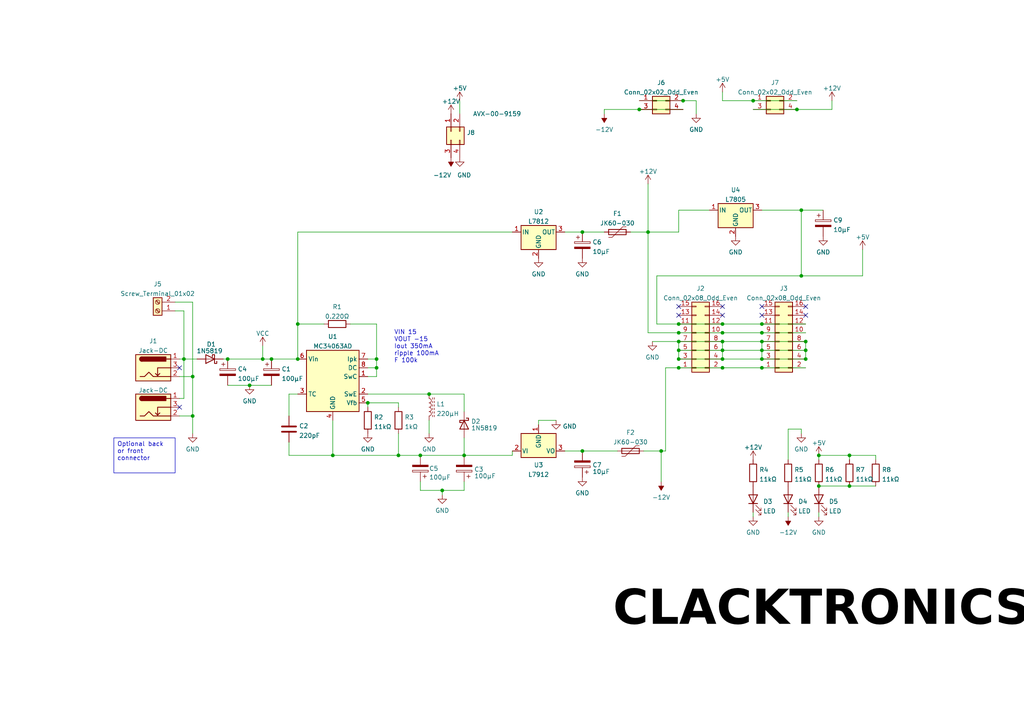
<source format=kicad_sch>
(kicad_sch (version 20230121) (generator eeschema)
  (paper "A4")
  (title_block (title "Proto PSU") (date "2023-06-01") (rev "1"))
  (lib_symbols
    (symbol "Connector:Barrel_Jack_Switch" (pin_names hide)
      (property "Reference" "J" (at 0 5.334 0))
      (property "Value" "Barrel_Jack_Switch" (at 0 -5.08 0))
      (symbol "Barrel_Jack_Switch_0_1"
        (rectangle (start -5.08 3.81) (end 5.08 -3.81) (stroke (width 0.254)) (fill (type background)))
        (arc (start -3.302 3.175) (mid -3.9343 2.54) (end -3.302 1.905) (stroke (width 0.254)))
        (arc (start -3.302 3.175) (mid -3.9343 2.54) (end -3.302 1.905) (stroke (width 0.254)) (fill (type outline)))
        (polyline (pts (xy 1.27 -2.286) (xy 1.905 -1.651)) (stroke (width 0.254)))
        (polyline (pts (xy 5.08 2.54) (xy 3.81 2.54)) (stroke (width 0.254)))
        (polyline (pts (xy 5.08 0) (xy 1.27 0) (xy 1.27 -2.286) (xy 0.635 -1.651)) (stroke (width 0.254)))
        (polyline (pts (xy -3.81 -2.54) (xy -2.54 -2.54) (xy -1.27 -1.27) (xy 0 -2.54) (xy 2.54 -2.54) (xy 5.08 -2.54)) (stroke (width 0.254)))
        (rectangle (start 3.683 3.175) (end -3.302 1.905) (stroke (width 0.254)) (fill (type outline)))
      )
      (symbol "Barrel_Jack_Switch_1_1"
        (pin passive line (at 7.62 2.54 180) (length 2.54) (name "~") (number "1"))
        (pin passive line (at 7.62 -2.54 180) (length 2.54) (name "~") (number "2"))
        (pin passive line (at 7.62 0 180) (length 2.54) (name "~") (number "3"))
      )
    )
    (symbol "Connector:Screw_Terminal_01x02" (pin_names (offset 1.016) hide)
      (property "Reference" "J" (at 0 2.54 0))
      (property "Value" "Screw_Terminal_01x02" (at 0 -5.08 0))
      (symbol "Screw_Terminal_01x02_1_1"
        (rectangle (start -1.27 1.27) (end 1.27 -3.81) (stroke (width 0.254)) (fill (type background)))
        (circle (center 0 -2.54) (radius 0.635) (stroke (width 0.1524)))
        (polyline (pts (xy -0.5334 -2.2098) (xy 0.3302 -3.048)) (stroke (width 0.1524)))
        (polyline (pts (xy -0.5334 0.3302) (xy 0.3302 -0.508)) (stroke (width 0.1524)))
        (polyline (pts (xy -0.3556 -2.032) (xy 0.508 -2.8702)) (stroke (width 0.1524)))
        (polyline (pts (xy -0.3556 0.508) (xy 0.508 -0.3302)) (stroke (width 0.1524)))
        (circle (center 0 0) (radius 0.635) (stroke (width 0.1524)))
        (pin passive line (at -5.08 0 0) (length 3.81) (name "Pin_1") (number "1"))
        (pin passive line (at -5.08 -2.54 0) (length 3.81) (name "Pin_2") (number "2"))
      )
    )
    (symbol "Connector_Generic:Conn_02x02_Odd_Even" (pin_names (offset 1.016) hide)
      (property "Reference" "J" (at 1.27 2.54 0))
      (property "Value" "Conn_02x02_Odd_Even" (at 1.27 -5.08 0))
      (symbol "Conn_02x02_Odd_Even_1_1"
        (rectangle (start -1.27 -2.413) (end 0 -2.667) (stroke (width 0.1524)))
        (rectangle (start -1.27 0.127) (end 0 -0.127) (stroke (width 0.1524)))
        (rectangle (start -1.27 1.27) (end 3.81 -3.81) (stroke (width 0.254)) (fill (type background)))
        (rectangle (start 3.81 -2.413) (end 2.54 -2.667) (stroke (width 0.1524)))
        (rectangle (start 3.81 0.127) (end 2.54 -0.127) (stroke (width 0.1524)))
        (pin passive line (at -5.08 0 0) (length 3.81) (name "Pin_1") (number "1"))
        (pin passive line (at 7.62 0 180) (length 3.81) (name "Pin_2") (number "2"))
        (pin passive line (at -5.08 -2.54 0) (length 3.81) (name "Pin_3") (number "3"))
        (pin passive line (at 7.62 -2.54 180) (length 3.81) (name "Pin_4") (number "4"))
      )
    )
    (symbol "Connector_Generic:Conn_02x02_Top_Bottom" (pin_names (offset 1.016) hide)
      (property "Reference" "J" (at 1.27 2.54 0))
      (property "Value" "Conn_02x02_Top_Bottom" (at 1.27 -5.08 0))
      (symbol "Conn_02x02_Top_Bottom_1_1"
        (rectangle (start -1.27 -2.413) (end 0 -2.667) (stroke (width 0.1524)))
        (rectangle (start -1.27 0.127) (end 0 -0.127) (stroke (width 0.1524)))
        (rectangle (start -1.27 1.27) (end 3.81 -3.81) (stroke (width 0.254)) (fill (type background)))
        (rectangle (start 3.81 -2.413) (end 2.54 -2.667) (stroke (width 0.1524)))
        (rectangle (start 3.81 0.127) (end 2.54 -0.127) (stroke (width 0.1524)))
        (pin passive line (at -5.08 0 0) (length 3.81) (name "Pin_1") (number "1"))
        (pin passive line (at -5.08 -2.54 0) (length 3.81) (name "Pin_2") (number "2"))
        (pin passive line (at 7.62 0 180) (length 3.81) (name "Pin_3") (number "3"))
        (pin passive line (at 7.62 -2.54 180) (length 3.81) (name "Pin_4") (number "4"))
      )
    )
    (symbol "Connector_Generic:Conn_02x08_Odd_Even" (pin_names (offset 1.016) hide)
      (property "Reference" "J" (at 1.27 10.16 0))
      (property "Value" "Conn_02x08_Odd_Even" (at 1.27 -12.7 0))
      (symbol "Conn_02x08_Odd_Even_1_1"
        (rectangle (start -1.27 -10.033) (end 0 -10.287) (stroke (width 0.1524)))
        (rectangle (start -1.27 -7.493) (end 0 -7.747) (stroke (width 0.1524)))
        (rectangle (start -1.27 -4.953) (end 0 -5.207) (stroke (width 0.1524)))
        (rectangle (start -1.27 -2.413) (end 0 -2.667) (stroke (width 0.1524)))
        (rectangle (start -1.27 0.127) (end 0 -0.127) (stroke (width 0.1524)))
        (rectangle (start -1.27 2.667) (end 0 2.413) (stroke (width 0.1524)))
        (rectangle (start -1.27 5.207) (end 0 4.953) (stroke (width 0.1524)))
        (rectangle (start -1.27 7.747) (end 0 7.493) (stroke (width 0.1524)))
        (rectangle (start -1.27 8.89) (end 3.81 -11.43) (stroke (width 0.254)) (fill (type background)))
        (rectangle (start 3.81 -10.033) (end 2.54 -10.287) (stroke (width 0.1524)))
        (rectangle (start 3.81 -7.493) (end 2.54 -7.747) (stroke (width 0.1524)))
        (rectangle (start 3.81 -4.953) (end 2.54 -5.207) (stroke (width 0.1524)))
        (rectangle (start 3.81 -2.413) (end 2.54 -2.667) (stroke (width 0.1524)))
        (rectangle (start 3.81 0.127) (end 2.54 -0.127) (stroke (width 0.1524)))
        (rectangle (start 3.81 2.667) (end 2.54 2.413) (stroke (width 0.1524)))
        (rectangle (start 3.81 5.207) (end 2.54 4.953) (stroke (width 0.1524)))
        (rectangle (start 3.81 7.747) (end 2.54 7.493) (stroke (width 0.1524)))
        (pin passive line (at -5.08 7.62 0) (length 3.81) (name "Pin_1") (number "1"))
        (pin passive line (at 7.62 -2.54 180) (length 3.81) (name "Pin_10") (number "10"))
        (pin passive line (at -5.08 -5.08 0) (length 3.81) (name "Pin_11") (number "11"))
        (pin passive line (at 7.62 -5.08 180) (length 3.81) (name "Pin_12") (number "12"))
        (pin passive line (at -5.08 -7.62 0) (length 3.81) (name "Pin_13") (number "13"))
        (pin passive line (at 7.62 -7.62 180) (length 3.81) (name "Pin_14") (number "14"))
        (pin passive line (at -5.08 -10.16 0) (length 3.81) (name "Pin_15") (number "15"))
        (pin passive line (at 7.62 -10.16 180) (length 3.81) (name "Pin_16") (number "16"))
        (pin passive line (at 7.62 7.62 180) (length 3.81) (name "Pin_2") (number "2"))
        (pin passive line (at -5.08 5.08 0) (length 3.81) (name "Pin_3") (number "3"))
        (pin passive line (at 7.62 5.08 180) (length 3.81) (name "Pin_4") (number "4"))
        (pin passive line (at -5.08 2.54 0) (length 3.81) (name "Pin_5") (number "5"))
        (pin passive line (at 7.62 2.54 180) (length 3.81) (name "Pin_6") (number "6"))
        (pin passive line (at -5.08 0 0) (length 3.81) (name "Pin_7") (number "7"))
        (pin passive line (at 7.62 0 180) (length 3.81) (name "Pin_8") (number "8"))
        (pin passive line (at -5.08 -2.54 0) (length 3.81) (name "Pin_9") (number "9"))
      )
    )
    (symbol "Device:C" (pin_numbers hide) (pin_names (offset 0.254))
      (property "Reference" "C" (at 0.635 2.54 0))
      (property "Value" "C" (at 0.635 -2.54 0))
      (symbol "C_0_1"
        (polyline (pts (xy -2.032 -0.762) (xy 2.032 -0.762)) (stroke (width 0.508)))
        (polyline (pts (xy -2.032 0.762) (xy 2.032 0.762)) (stroke (width 0.508)))
      )
      (symbol "C_1_1"
        (pin passive line (at 0 3.81 270) (length 2.794) (name "~") (number "1"))
        (pin passive line (at 0 -3.81 90) (length 2.794) (name "~") (number "2"))
      )
    )
    (symbol "Device:C_Polarized" (pin_numbers hide) (pin_names (offset 0.254))
      (property "Reference" "C" (at 0.635 2.54 0))
      (property "Value" "C_Polarized" (at 0.635 -2.54 0))
      (symbol "C_Polarized_0_1"
        (rectangle (start -2.286 0.508) (end 2.286 1.016))
        (polyline (pts (xy -1.778 2.286) (xy -0.762 2.286)))
        (polyline (pts (xy -1.27 2.794) (xy -1.27 1.778)))
        (rectangle (start 2.286 -0.508) (end -2.286 -1.016) (fill (type outline)))
      )
      (symbol "C_Polarized_1_1"
        (pin passive line (at 0 3.81 270) (length 2.794) (name "~") (number "1"))
        (pin passive line (at 0 -3.81 90) (length 2.794) (name "~") (number "2"))
      )
    )
    (symbol "Device:D_Schottky" (pin_numbers hide) (pin_names (offset 1.016) hide)
      (property "Reference" "D" (at 0 2.54 0))
      (property "Value" "D_Schottky" (at 0 -2.54 0))
      (symbol "D_Schottky_0_1"
        (polyline (pts (xy 1.27 0) (xy -1.27 0)))
        (polyline (pts (xy 1.27 1.27) (xy 1.27 -1.27) (xy -1.27 0) (xy 1.27 1.27)) (stroke (width 0.254)))
        (polyline (pts (xy -1.905 0.635) (xy -1.905 1.27) (xy -1.27 1.27) (xy -1.27 -1.27) (xy -0.635 -1.27) (xy -0.635 -0.635)) (stroke (width 0.254)))
      )
      (symbol "D_Schottky_1_1"
        (pin passive line (at -3.81 0 0) (length 2.54) (name "K") (number "1"))
        (pin passive line (at 3.81 0 180) (length 2.54) (name "A") (number "2"))
      )
    )
    (symbol "Device:LED" (pin_numbers hide) (pin_names (offset 1.016) hide)
      (property "Reference" "D" (at 0 2.54 0))
      (property "Value" "LED" (at 0 -2.54 0))
      (symbol "LED_0_1"
        (polyline (pts (xy -1.27 -1.27) (xy -1.27 1.27)) (stroke (width 0.254)))
        (polyline (pts (xy -1.27 0) (xy 1.27 0)))
        (polyline (pts (xy 1.27 -1.27) (xy 1.27 1.27) (xy -1.27 0) (xy 1.27 -1.27)) (stroke (width 0.254)))
        (polyline (pts (xy -3.048 -0.762) (xy -4.572 -2.286) (xy -3.81 -2.286) (xy -4.572 -2.286) (xy -4.572 -1.524)))
        (polyline (pts (xy -1.778 -0.762) (xy -3.302 -2.286) (xy -2.54 -2.286) (xy -3.302 -2.286) (xy -3.302 -1.524)))
      )
      (symbol "LED_1_1"
        (pin passive line (at -3.81 0 0) (length 2.54) (name "K") (number "1"))
        (pin passive line (at 3.81 0 180) (length 2.54) (name "A") (number "2"))
      )
    )
    (symbol "Device:L_Ferrite" (pin_numbers hide) (pin_names (offset 1.016) hide)
      (property "Reference" "L" (at -1.27 0 90))
      (property "Value" "L_Ferrite" (at 2.794 0 90))
      (symbol "L_Ferrite_0_1"
        (arc (start 0 -2.54) (mid 0.6323 -1.905) (end 0 -1.27))
        (arc (start 0 -1.27) (mid 0.6323 -0.635) (end 0 0))
        (polyline (pts (xy 1.016 -2.794) (xy 1.016 -2.286)))
        (polyline (pts (xy 1.016 -1.778) (xy 1.016 -1.27)))
        (polyline (pts (xy 1.016 -0.762) (xy 1.016 -0.254)))
        (polyline (pts (xy 1.016 0.254) (xy 1.016 0.762)))
        (polyline (pts (xy 1.016 1.27) (xy 1.016 1.778)))
        (polyline (pts (xy 1.016 2.286) (xy 1.016 2.794)))
        (polyline (pts (xy 1.524 -2.286) (xy 1.524 -2.794)))
        (polyline (pts (xy 1.524 -1.27) (xy 1.524 -1.778)))
        (polyline (pts (xy 1.524 -0.254) (xy 1.524 -0.762)))
        (polyline (pts (xy 1.524 0.762) (xy 1.524 0.254)))
        (polyline (pts (xy 1.524 1.778) (xy 1.524 1.27)))
        (polyline (pts (xy 1.524 2.794) (xy 1.524 2.286)))
        (arc (start 0 0) (mid 0.6323 0.635) (end 0 1.27))
        (arc (start 0 1.27) (mid 0.6323 1.905) (end 0 2.54))
      )
      (symbol "L_Ferrite_1_1"
        (pin passive line (at 0 3.81 270) (length 1.27) (name "1") (number "1"))
        (pin passive line (at 0 -3.81 90) (length 1.27) (name "2") (number "2"))
      )
    )
    (symbol "Device:Polyfuse" (pin_numbers hide) (pin_names (offset 0))
      (property "Reference" "F" (at -2.54 0 90))
      (property "Value" "Polyfuse" (at 2.54 0 90))
      (symbol "Polyfuse_0_1"
        (rectangle (start -0.762 2.54) (end 0.762 -2.54) (stroke (width 0.254)))
        (polyline (pts (xy 0 2.54) (xy 0 -2.54)))
        (polyline (pts (xy -1.524 2.54) (xy -1.524 1.524) (xy 1.524 -1.524) (xy 1.524 -2.54)))
      )
      (symbol "Polyfuse_1_1"
        (pin passive line (at 0 3.81 270) (length 1.27) (name "~") (number "1"))
        (pin passive line (at 0 -3.81 90) (length 1.27) (name "~") (number "2"))
      )
    )
    (symbol "Device:R" (pin_numbers hide) (pin_names (offset 0))
      (property "Reference" "R" (at 2.032 0 90))
      (property "Value" "R" (at 0 0 90))
      (symbol "R_0_1"
        (rectangle (start -1.016 -2.54) (end 1.016 2.54) (stroke (width 0.254)))
      )
      (symbol "R_1_1"
        (pin passive line (at 0 3.81 270) (length 1.27) (name "~") (number "1"))
        (pin passive line (at 0 -3.81 90) (length 1.27) (name "~") (number "2"))
      )
    )
    (symbol "Regulator_Linear:L7805" (pin_names (offset 0.254))
      (property "Reference" "U" (at -3.81 3.175 0))
      (property "Value" "L7805" (at 0 3.175 0))
      (symbol "L7805_0_1"
        (rectangle (start -5.08 1.905) (end 5.08 -5.08) (stroke (width 0.254)) (fill (type background)))
      )
      (symbol "L7805_1_1"
        (pin power_in line (at -7.62 0 0) (length 2.54) (name "IN") (number "1"))
        (pin power_in line (at 0 -7.62 90) (length 2.54) (name "GND") (number "2"))
        (pin power_out line (at 7.62 0 180) (length 2.54) (name "OUT") (number "3"))
      )
    )
    (symbol "Regulator_Linear:L7812" (pin_names (offset 0.254))
      (property "Reference" "U" (at -3.81 3.175 0))
      (property "Value" "L7812" (at 0 3.175 0))
      (symbol "L7812_0_1"
        (rectangle (start -5.08 1.905) (end 5.08 -5.08) (stroke (width 0.254)) (fill (type background)))
      )
      (symbol "L7812_1_1"
        (pin power_in line (at -7.62 0 0) (length 2.54) (name "IN") (number "1"))
        (pin power_in line (at 0 -7.62 90) (length 2.54) (name "GND") (number "2"))
        (pin power_out line (at 7.62 0 180) (length 2.54) (name "OUT") (number "3"))
      )
    )
    (symbol "Regulator_Linear:L7912" (pin_names (offset 0.254))
      (property "Reference" "U" (at -3.81 -3.175 0))
      (property "Value" "L7912" (at 0 -3.175 0))
      (symbol "L7912_0_1"
        (rectangle (start -5.08 5.08) (end 5.08 -1.905) (stroke (width 0.254)) (fill (type background)))
      )
      (symbol "L7912_1_1"
        (pin power_in line (at 0 7.62 270) (length 2.54) (name "GND") (number "1"))
        (pin power_in line (at -7.62 0 0) (length 2.54) (name "VI") (number "2"))
        (pin power_out line (at 7.62 0 180) (length 2.54) (name "VO") (number "3"))
      )
    )
    (symbol "Regulator_Switching:MC34063AD"
      (property "Reference" "U" (at -7.62 8.89 0))
      (property "Value" "MC34063AD" (at 0 8.89 0))
      (symbol "MC34063AD_0_1"
        (rectangle (start -7.62 7.62) (end 7.62 -10.16) (stroke (width 0.254)) (fill (type background)))
      )
      (symbol "MC34063AD_1_1"
        (pin open_collector line (at 10.16 0 180) (length 2.54) (name "SwC") (number "1"))
        (pin open_emitter line (at 10.16 -5.08 180) (length 2.54) (name "SwE") (number "2"))
        (pin passive line (at -10.16 -5.08 0) (length 2.54) (name "TC") (number "3"))
        (pin power_in line (at 0 -12.7 90) (length 2.54) (name "GND") (number "4"))
        (pin input line (at 10.16 -7.62 180) (length 2.54) (name "Vfb") (number "5"))
        (pin power_in line (at -10.16 5.08 0) (length 2.54) (name "Vin") (number "6"))
        (pin input line (at 10.16 5.08 180) (length 2.54) (name "Ipk") (number "7"))
        (pin open_collector line (at 10.16 2.54 180) (length 2.54) (name "DC") (number "8"))
      )
    )
    (symbol "power:+12V" (power) (pin_names (offset 0))
      (property "Value" "+12V" (at 0 3.556 0))
      (symbol "+12V_0_1"
        (polyline (pts (xy -0.762 1.27) (xy 0 2.54)))
        (polyline (pts (xy 0 0) (xy 0 2.54)))
        (polyline (pts (xy 0 2.54) (xy 0.762 1.27)))
      )
      (symbol "+12V_1_1"
        (pin power_in line (at 0 0 90) (length 0) hide (name "+12V") (number "1"))
      )
    )
    (symbol "power:+5V" (power) (pin_names (offset 0))
      (property "Value" "+5V" (at 0 3.556 0))
      (symbol "+5V_0_1"
        (polyline (pts (xy -0.762 1.27) (xy 0 2.54)))
        (polyline (pts (xy 0 0) (xy 0 2.54)))
        (polyline (pts (xy 0 2.54) (xy 0.762 1.27)))
      )
      (symbol "+5V_1_1"
        (pin power_in line (at 0 0 90) (length 0) hide (name "+5V") (number "1"))
      )
    )
    (symbol "power:-12V" (power) (pin_names (offset 0))
      (property "Value" "-12V" (at 0 3.81 0))
      (symbol "-12V_0_0"
        (pin power_in line (at 0 0 90) (length 0) hide (name "-12V") (number "1"))
      )
      (symbol "-12V_0_1"
        (polyline (pts (xy 0 0) (xy 0 1.27) (xy 0.762 1.27) (xy 0 2.54) (xy -0.762 1.27) (xy 0 1.27)) (fill (type outline)))
      )
    )
    (symbol "power:GND" (power) (pin_names (offset 0))
      (property "Value" "GND" (at 0 -3.81 0))
      (symbol "GND_0_1"
        (polyline (pts (xy 0 0) (xy 0 -1.27) (xy 1.27 -1.27) (xy 0 -2.54) (xy -1.27 -1.27) (xy 0 -1.27)))
      )
      (symbol "GND_1_1"
        (pin power_in line (at 0 0 270) (length 0) hide (name "GND") (number "1"))
      )
    )
    (symbol "power:VCC" (power) (pin_names (offset 0))
      (property "Value" "VCC" (at 0 3.81 0))
      (symbol "VCC_0_1"
        (polyline (pts (xy -0.762 1.27) (xy 0 2.54)))
        (polyline (pts (xy 0 0) (xy 0 2.54)))
        (polyline (pts (xy 0 2.54) (xy 0.762 1.27)))
      )
      (symbol "VCC_1_1"
        (pin power_in line (at 0 0 90) (length 0) hide (name "VCC") (number "1"))
      )
    )
  )
  (junction (at 233.68 104.14))
  (junction (at 168.91 130.81))
  (junction (at 209.55 101.6))
  (junction (at 72.39 111.76))
  (junction (at 220.98 101.6))
  (junction (at 55.88 109.22))
  (junction (at 220.98 106.68))
  (junction (at 220.98 93.98))
  (junction (at 96.52 132.08))
  (junction (at 185.42 31.75))
  (junction (at 109.22 104.14))
  (junction (at 55.88 120.65))
  (junction (at 209.55 106.68))
  (junction (at 220.98 104.14))
  (junction (at 246.38 132.08))
  (junction (at 196.85 93.98))
  (junction (at 109.22 106.68))
  (junction (at 196.85 101.6))
  (junction (at 209.55 96.52))
  (junction (at 115.57 132.08))
  (junction (at 124.46 114.3))
  (junction (at 237.49 140.97))
  (junction (at 196.85 106.68))
  (junction (at 196.85 99.06))
  (junction (at 78.74 104.14))
  (junction (at 196.85 104.14))
  (junction (at 209.55 93.98))
  (junction (at 76.2 104.14))
  (junction (at 53.34 104.14))
  (junction (at 232.41 80.01))
  (junction (at 233.68 99.06))
  (junction (at 231.14 31.75))
  (junction (at 220.98 99.06))
  (junction (at 128.27 142.24))
  (junction (at 209.55 99.06))
  (junction (at 121.92 132.08))
  (junction (at 209.55 104.14))
  (junction (at 196.85 96.52))
  (junction (at 191.77 130.81))
  (junction (at 168.91 67.31))
  (junction (at 134.62 132.08))
  (junction (at 187.96 67.31))
  (junction (at 232.41 60.96))
  (junction (at 86.36 93.98))
  (junction (at 106.68 116.84))
  (junction (at 218.44 29.21))
  (junction (at 66.04 104.14))
  (junction (at 220.98 96.52))
  (junction (at 86.36 104.14))
  (junction (at 246.38 140.97))
  (junction (at 198.12 29.21))
  (junction (at 233.68 101.6))
  (junction (at 237.49 132.08))
  (no_connect (at 52.07 118.11))
  (no_connect (at 209.55 91.44))
  (no_connect (at 209.55 88.9))
  (no_connect (at 52.07 106.68))
  (no_connect (at 220.98 88.9))
  (no_connect (at 220.98 91.44))
  (no_connect (at 233.68 88.9))
  (no_connect (at 233.68 91.44))
  (no_connect (at 196.85 88.9))
  (no_connect (at 196.85 91.44))
  (wire (pts (xy 86.36 114.3) (xy 83.82 114.3)))
  (wire (pts (xy 246.38 140.97) (xy 254 140.97)))
  (wire (pts (xy 196.85 101.6) (xy 196.85 104.14)))
  (wire (pts (xy 209.55 101.6) (xy 220.98 101.6)))
  (wire (pts (xy 115.57 132.08) (xy 121.92 132.08)))
  (wire (pts (xy 86.36 67.31) (xy 86.36 93.98)))
  (wire (pts (xy 220.98 99.06) (xy 233.68 99.06)))
  (wire (pts (xy 209.55 104.14) (xy 220.98 104.14)))
  (wire (pts (xy 191.77 130.81) (xy 193.04 130.81)))
  (wire (pts (xy 196.85 104.14) (xy 209.55 104.14)))
  (wire (pts (xy 55.88 87.63) (xy 55.88 109.22)))
  (wire (pts (xy 124.46 114.3) (xy 134.62 114.3)))
  (wire (pts (xy 128.27 142.24) (xy 128.27 143.51)))
  (wire (pts (xy 250.19 80.01) (xy 250.19 72.39)))
  (wire (pts (xy 220.98 96.52) (xy 233.68 96.52)))
  (wire (pts (xy 196.85 99.06) (xy 196.85 101.6)))
  (wire (pts (xy 109.22 109.22) (xy 106.68 109.22)))
  (wire (pts (xy 55.88 120.65) (xy 55.88 125.73)))
  (wire (pts (xy 233.68 101.6) (xy 233.68 104.14)))
  (wire (pts (xy 231.14 31.75) (xy 241.3 31.75)))
  (wire (pts (xy 187.96 67.31) (xy 196.85 67.31)))
  (wire (pts (xy 93.98 93.98) (xy 86.36 93.98)))
  (wire (pts (xy 86.36 93.98) (xy 86.36 104.14)))
  (wire (pts (xy 220.98 104.14) (xy 233.68 104.14)))
  (wire (pts (xy 134.62 114.3) (xy 134.62 119.38)))
  (wire (pts (xy 232.41 124.46) (xy 232.41 125.73)))
  (wire (pts (xy 232.41 60.96) (xy 232.41 80.01)))
  (wire (pts (xy 106.68 116.84) (xy 115.57 116.84)))
  (wire (pts (xy 228.6 124.46) (xy 232.41 124.46)))
  (wire (pts (xy 232.41 60.96) (xy 238.76 60.96)))
  (wire (pts (xy 190.5 80.01) (xy 232.41 80.01)))
  (wire (pts (xy 50.8 87.63) (xy 55.88 87.63)))
  (wire (pts (xy 209.55 29.21) (xy 218.44 29.21)))
  (wire (pts (xy 109.22 93.98) (xy 109.22 104.14)))
  (wire (pts (xy 220.98 101.6) (xy 220.98 104.14)))
  (wire (pts (xy 106.68 104.14) (xy 109.22 104.14)))
  (wire (pts (xy 121.92 132.08) (xy 134.62 132.08)))
  (wire (pts (xy 53.34 104.14) (xy 53.34 115.57)))
  (wire (pts (xy 133.35 29.21) (xy 133.35 33.02)))
  (wire (pts (xy 246.38 132.08) (xy 254 132.08)))
  (wire (pts (xy 228.6 133.35) (xy 228.6 124.46)))
  (wire (pts (xy 156.21 121.92) (xy 156.21 123.19)))
  (wire (pts (xy 52.07 104.14) (xy 53.34 104.14)))
  (wire (pts (xy 106.68 118.11) (xy 106.68 116.84)))
  (wire (pts (xy 124.46 121.92) (xy 124.46 125.73)))
  (wire (pts (xy 193.04 130.81) (xy 193.04 106.68)))
  (wire (pts (xy 175.26 67.31) (xy 168.91 67.31)))
  (wire (pts (xy 76.2 100.33) (xy 76.2 104.14)))
  (wire (pts (xy 50.8 90.17) (xy 53.34 90.17)))
  (wire (pts (xy 86.36 67.31) (xy 148.59 67.31)))
  (wire (pts (xy 237.49 132.08) (xy 237.49 133.35)))
  (wire (pts (xy 109.22 104.14) (xy 109.22 106.68)))
  (wire (pts (xy 66.04 104.14) (xy 76.2 104.14)))
  (wire (pts (xy 193.04 106.68) (xy 196.85 106.68)))
  (wire (pts (xy 220.98 101.6) (xy 233.68 101.6)))
  (wire (pts (xy 196.85 101.6) (xy 209.55 101.6)))
  (wire (pts (xy 209.55 26.67) (xy 209.55 29.21)))
  (wire (pts (xy 209.55 106.68) (xy 220.98 106.68)))
  (wire (pts (xy 128.27 142.24) (xy 134.62 142.24)))
  (wire (pts (xy 187.96 67.31) (xy 182.88 67.31)))
  (wire (pts (xy 186.69 130.81) (xy 191.77 130.81)))
  (wire (pts (xy 121.92 142.24) (xy 128.27 142.24)))
  (wire (pts (xy 163.83 130.81) (xy 168.91 130.81)))
  (wire (pts (xy 185.42 29.21) (xy 198.12 29.21)))
  (wire (pts (xy 83.82 114.3) (xy 83.82 120.65)))
  (wire (pts (xy 254 132.08) (xy 254 133.35)))
  (wire (pts (xy 55.88 120.65) (xy 52.07 120.65)))
  (wire (pts (xy 237.49 132.08) (xy 246.38 132.08)))
  (wire (pts (xy 237.49 148.59) (xy 237.49 149.86)))
  (wire (pts (xy 121.92 142.24) (xy 121.92 139.7)))
  (wire (pts (xy 78.74 104.14) (xy 86.36 104.14)))
  (wire (pts (xy 209.55 101.6) (xy 209.55 104.14)))
  (wire (pts (xy 83.82 132.08) (xy 83.82 128.27)))
  (wire (pts (xy 168.91 130.81) (xy 179.07 130.81)))
  (wire (pts (xy 66.04 111.76) (xy 72.39 111.76)))
  (wire (pts (xy 106.68 106.68) (xy 109.22 106.68)))
  (wire (pts (xy 96.52 132.08) (xy 83.82 132.08)))
  (wire (pts (xy 134.62 132.08) (xy 148.59 132.08)))
  (wire (pts (xy 134.62 127) (xy 134.62 132.08)))
  (wire (pts (xy 196.85 93.98) (xy 190.5 93.98)))
  (wire (pts (xy 185.42 31.75) (xy 198.12 31.75)))
  (wire (pts (xy 191.77 130.81) (xy 191.77 139.7)))
  (wire (pts (xy 196.85 106.68) (xy 209.55 106.68)))
  (wire (pts (xy 196.85 96.52) (xy 209.55 96.52)))
  (wire (pts (xy 233.68 99.06) (xy 233.68 101.6)))
  (wire (pts (xy 55.88 109.22) (xy 55.88 120.65)))
  (wire (pts (xy 196.85 67.31) (xy 196.85 60.96)))
  (wire (pts (xy 209.55 99.06) (xy 220.98 99.06)))
  (wire (pts (xy 201.93 29.21) (xy 201.93 33.02)))
  (wire (pts (xy 246.38 132.08) (xy 246.38 133.35)))
  (wire (pts (xy 106.68 114.3) (xy 124.46 114.3)))
  (wire (pts (xy 198.12 29.21) (xy 201.93 29.21)))
  (wire (pts (xy 209.55 93.98) (xy 220.98 93.98)))
  (wire (pts (xy 220.98 99.06) (xy 220.98 101.6)))
  (wire (pts (xy 237.49 140.97) (xy 246.38 140.97)))
  (wire (pts (xy 196.85 96.52) (xy 187.96 96.52)))
  (wire (pts (xy 53.34 104.14) (xy 57.15 104.14)))
  (wire (pts (xy 218.44 31.75) (xy 231.14 31.75)))
  (wire (pts (xy 241.3 29.21) (xy 241.3 31.75)))
  (wire (pts (xy 101.6 93.98) (xy 109.22 93.98)))
  (wire (pts (xy 53.34 90.17) (xy 53.34 104.14)))
  (wire (pts (xy 175.26 31.75) (xy 185.42 31.75)))
  (wire (pts (xy 218.44 29.21) (xy 231.14 29.21)))
  (wire (pts (xy 187.96 53.34) (xy 187.96 67.31)))
  (wire (pts (xy 52.07 115.57) (xy 53.34 115.57)))
  (wire (pts (xy 115.57 125.73) (xy 115.57 132.08)))
  (wire (pts (xy 163.83 67.31) (xy 168.91 67.31)))
  (wire (pts (xy 115.57 116.84) (xy 115.57 118.11)))
  (wire (pts (xy 96.52 132.08) (xy 115.57 132.08)))
  (wire (pts (xy 209.55 96.52) (xy 220.98 96.52)))
  (wire (pts (xy 148.59 132.08) (xy 148.59 130.81)))
  (wire (pts (xy 209.55 99.06) (xy 209.55 101.6)))
  (wire (pts (xy 218.44 148.59) (xy 218.44 149.86)))
  (wire (pts (xy 196.85 93.98) (xy 209.55 93.98)))
  (wire (pts (xy 175.26 31.75) (xy 175.26 33.02)))
  (wire (pts (xy 220.98 93.98) (xy 233.68 93.98)))
  (wire (pts (xy 196.85 99.06) (xy 209.55 99.06)))
  (wire (pts (xy 190.5 93.98) (xy 190.5 80.01)))
  (wire (pts (xy 109.22 106.68) (xy 109.22 109.22)))
  (wire (pts (xy 196.85 60.96) (xy 205.74 60.96)))
  (wire (pts (xy 64.77 104.14) (xy 66.04 104.14)))
  (wire (pts (xy 52.07 109.22) (xy 55.88 109.22)))
  (wire (pts (xy 228.6 148.59) (xy 228.6 149.86)))
  (wire (pts (xy 161.29 121.92) (xy 156.21 121.92)))
  (wire (pts (xy 187.96 96.52) (xy 187.96 67.31)))
  (wire (pts (xy 134.62 142.24) (xy 134.62 139.7)))
  (wire (pts (xy 78.74 104.14) (xy 76.2 104.14)))
  (wire (pts (xy 72.39 111.76) (xy 78.74 111.76)))
  (wire (pts (xy 96.52 121.92) (xy 96.52 132.08)))
  (wire (pts (xy 220.98 60.96) (xy 232.41 60.96)))
  (wire (pts (xy 232.41 80.01) (xy 250.19 80.01)))
  (wire (pts (xy 220.98 106.68) (xy 233.68 106.68)))
  (wire (pts (xy 189.23 99.06) (xy 196.85 99.06)))
  (text_box "Optional back or front connector" (at 33.02 127 0) (size 17.78 10.16) (effects (font (size 1.27 1.27)) (justify left top)))
  (text "VIN 15\nVOUT -15\nIout 350mA\nripple 100mA\nF 100k" (at 114.3 105.41 0) (effects (font (size 1.27 1.27)) (justify left bottom)))
  (text "CLACKTRONICS" (at 177.8 185.42 0) (effects (font (size 10 10) (thickness 0.254) bold) (justify left bottom)))
  (symbol (lib_id "power:GND") (at 237.49 149.86 0) (unit 1)
    (property "Reference" "#PWR0105" (effects hide))
    (property "Value" "GND" (at 237.49 154.4225 0))
  )
  (symbol (lib_id "power:GND") (at 133.35 45.72 0) (unit 1)
    (property "Reference" "#PWR0116" (effects hide))
    (property "Value" "GND" (at 134.62 50.8 0))
  )
  (symbol (lib_id "Device:Polyfuse") (at 179.07 67.31 90) (unit 1)
    (property "Reference" "F1" (at 179.07 61.9465 90))
    (property "Value" "JK60-030" (at 179.07 64.7216 90))
    (property "Footprint" "Clacktronics:C_TH_Disc_P5.00mm" (effects hide))
    (property "Supplier" "LCSC" (effects hide))
    (property "Supplier cost" ".33" (effects hide))
    (property "Supplier_code" "C369082" (effects hide))
  )
  (symbol (lib_id "Connector_Generic:Conn_02x02_Odd_Even") (at 190.5 29.21 0) (unit 1)
    (property "Reference" "J6" (at 191.77 23.9735 0))
    (property "Value" "Conn_02x02_Odd_Even" (at 191.77 26.7486 0))
    (property "Footprint" "Connector_PinHeader_2.54mm:PinHeader_2x02_P2.54mm_Vertical" (effects hide))
  )
  (symbol (lib_id "power:GND") (at 218.44 149.86 0) (unit 1)
    (property "Reference" "#PWR0106" (effects hide))
    (property "Value" "GND" (at 218.44 154.4225 0))
  )
  (symbol (lib_id "Device:C_Polarized") (at 121.92 135.89 180) (unit 1)
    (property "Reference" "C5" (at 124.46 135.89 0) (effects (justify right)))
    (property "Value" "100μF" (at 124.46 138.43 0) (effects (justify right)))
    (property "Footprint" "Clacktronics:C_TH_Elec_5mm_P2mm" (effects hide))
    (property "Supplier" "Rapid" (effects hide))
    (property "Supplier cost" "0.046" (effects hide))
    (property "Supplier_code" "11-3512" (effects hide))
  )
  (symbol (lib_id "power:GND") (at 168.91 138.43 0) (unit 1)
    (property "Reference" "#PWR011" (effects hide))
    (property "Value" "GND" (at 168.91 142.9925 0))
  )
  (symbol (lib_id "power:+5V") (at 133.35 29.21 0) (unit 1)
    (property "Reference" "#PWR0115" (effects hide))
    (property "Value" "+5V" (at 133.35 25.6055 0))
  )
  (symbol (lib_id "Connector_Generic:Conn_02x02_Odd_Even") (at 223.52 29.21 0) (unit 1)
    (property "Reference" "J7" (at 224.79 23.9735 0))
    (property "Value" "Conn_02x02_Odd_Even" (at 224.79 26.7486 0))
    (property "Footprint" "Connector_PinHeader_2.54mm:PinHeader_2x02_P2.54mm_Vertical" (effects hide))
  )
  (symbol (lib_id "Device:C_Polarized") (at 168.91 71.12 0) (unit 1)
    (property "Reference" "C6" (at 171.831 70.2115 0) (effects (justify left)))
    (property "Value" "10μF" (at 171.831 72.9866 0) (effects (justify left)))
    (property "Footprint" "Clacktronics:C_TH_Elec_5mm_P2mm" (effects hide))
    (property "Supplier" "Rapid" (effects hide))
    (property "Supplier cost" "0.046" (effects hide))
    (property "Supplier_code" "11-3512" (effects hide))
  )
  (symbol (lib_id "Device:C_Polarized") (at 168.91 134.62 180) (unit 1)
    (property "Reference" "C7" (at 171.831 134.8653 0) (effects (justify right)))
    (property "Value" "10μF" (at 171.831 136.7863 0) (effects (justify right)))
    (property "Footprint" "Clacktronics:C_TH_Elec_5mm_P2mm" (effects hide))
    (property "Supplier" "Rapid" (effects hide))
    (property "Supplier cost" "0.046" (effects hide))
    (property "Supplier_code" "11-3512" (effects hide))
  )
  (symbol (lib_id "Connector_Generic:Conn_02x08_Odd_Even") (at 201.93 99.06 0) (mirror x) (unit 1)
    (property "Reference" "J2" (at 203.2 83.6635 0))
    (property "Value" "Conn_02x08_Odd_Even" (at 203.2 86.4386 0))
    (property "Footprint" "Clacktronics:Eurorack_16_header" (effects hide))
    (property "Supplier" "LCSC" (effects hide))
    (property "Supplier cost" "0.53" (effects hide))
    (property "Supplier_code" " 	C3406" (effects hide))
  )
  (symbol (lib_id "Device:D_Schottky") (at 60.96 104.14 180) (unit 1)
    (property "Reference" "D1" (at 61.2775 99.8601 0))
    (property "Value" "1N5819 " (at 61.2775 101.7811 0))
    (property "Footprint" "Clacktronics:D_TH_DO-41_P10.16mm" (effects hide))
    (property "Supplier" "Rapid" (effects hide))
    (property "Supplier cost" "0.049" (effects hide))
    (property "Supplier_code" "50-0313" (effects hide))
  )
  (symbol (lib_id "power:+12V") (at 187.96 53.34 0) (unit 1)
    (property "Reference" "#PWR012" (effects hide))
    (property "Value" "+12V" (at 187.96 49.7355 0))
  )
  (symbol (lib_id "power:-12V") (at 228.6 149.86 180) (unit 1)
    (property "Reference" "#PWR0104" (effects hide))
    (property "Value" "-12V" (at 228.6 154.4225 0))
  )
  (symbol (lib_id "Device:LED") (at 218.44 144.78 90) (unit 1)
    (property "Reference" "D3" (at 221.361 145.459 90) (effects (justify right)))
    (property "Value" "LED" (at 221.361 148.2341 90) (effects (justify right)))
    (property "Footprint" "Clacktronics:LED_D3.0mm" (effects hide))
    (property "Supplier" "Rapid" (effects hide))
    (property "Supplier cost" "0.1" (effects hide))
    (property "Supplier_code" "56-0700" (effects hide))
  )
  (symbol (lib_id "Connector:Barrel_Jack_Switch") (at 44.45 106.68 0) (unit 1)
    (property "Reference" "J1" (at 44.45 98.9035 0))
    (property "Value" "Jack-DC" (at 44.45 101.6786 0))
    (property "Footprint" "Clacktronics:DC-012A-20A" (effects hide))
    (property "Supplier" "LCSC" (effects hide))
    (property "Supplier cost" ".66" (effects hide))
    (property "Supplier_code" " 	C136743" (effects hide))
  )
  (symbol (lib_id "power:-12V") (at 191.77 139.7 180) (unit 1)
    (property "Reference" "#PWR0101" (effects hide))
    (property "Value" "-12V" (at 191.77 144.2625 0))
  )
  (symbol (lib_id "Regulator_Linear:L7805") (at 213.36 60.96 0) (unit 1)
    (property "Reference" "U4" (at 213.36 55.0885 0))
    (property "Value" "L7805" (at 213.36 57.8636 0))
    (property "Footprint" "Package_TO_SOT_THT:TO-220-3_Vertical" (effects hide))
    (property "Datasheet" "http://www.st.com/content/ccc/resource/technical/document/datasheet/41/4f/b3/b0/12/d4/47/88/CD00000444.pdf/files/CD00000444.pdf/jcr:content/translations/en.CD00000444.pdf" (effects hide))
    (property "Supplier cost" "0.17" (effects hide))
    (property "Supplier_code" " 	C2984683" (effects hide))
  )
  (symbol (lib_id "power:GND") (at 106.68 125.73 0) (unit 1)
    (property "Reference" "#PWR03" (effects hide))
    (property "Value" "GND" (at 106.68 130.2925 0))
  )
  (symbol (lib_id "power:GND") (at 168.91 74.93 0) (unit 1)
    (property "Reference" "#PWR010" (effects hide))
    (property "Value" "GND" (at 168.91 79.4925 0))
  )
  (symbol (lib_id "power:GND") (at 128.27 143.51 0) (unit 1)
    (property "Reference" "#PWR05" (effects hide))
    (property "Value" "GND" (at 128.27 148.0725 0))
  )
  (symbol (lib_id "power:VCC") (at 76.2 100.33 0) (unit 1)
    (property "Reference" "#PWR0109" (effects hide))
    (property "Value" "VCC" (at 76.2 96.7255 0))
  )
  (symbol (lib_id "power:GND") (at 238.76 68.58 0) (unit 1)
    (property "Reference" "#PWR015" (effects hide))
    (property "Value" "GND" (at 238.76 73.1425 0))
  )
  (symbol (lib_id "Connector:Screw_Terminal_01x02") (at 45.72 90.17 180) (unit 1)
    (property "Reference" "J5" (at 45.72 82.3935 0))
    (property "Value" "Screw_Terminal_01x02" (at 45.72 85.1686 0))
    (property "Footprint" "footprints:CONN-TH_2P-P3.81_DB125-3.81-2P-BK-S" (effects hide))
  )
  (symbol (lib_id "Device:L_Ferrite") (at 124.46 118.11 0) (unit 1)
    (property "Reference" "L1" (at 126.619 117.2015 0) (effects (justify left)))
    (property "Value" "220μH" (at 126.619 119.9766 0) (effects (justify left)))
    (property "Footprint" "Inductor_THT:L_Radial_D10.0mm_P5.00mm_Neosid_SD12_style3" (effects hide))
    (property "Supplier" "LCSC" (effects hide))
    (property "Supplier cost" "0.2" (effects hide))
    (property "Supplier_code" "C128035" (effects hide))
  )
  (symbol (lib_id "Device:LED") (at 228.6 144.78 90) (unit 1)
    (property "Reference" "D4" (at 231.521 145.459 90) (effects (justify right)))
    (property "Value" "LED" (at 231.521 148.2341 90) (effects (justify right)))
    (property "Footprint" "Clacktronics:LED_D3.0mm" (effects hide))
    (property "Supplier" "Rapid" (effects hide))
    (property "Supplier cost" "0.1" (effects hide))
    (property "Supplier_code" "56-0700" (effects hide))
  )
  (symbol (lib_id "Connector_Generic:Conn_02x02_Top_Bottom") (at 130.81 38.1 90) (mirror x) (unit 1)
    (property "Reference" "J8" (at 135.382 38.4615 90) (effects (justify right)))
    (property "Value" "AVX-00-9159" (at 137.16 33.02 90) (effects (justify right)))
    (property "Footprint" "Clacktronics:AVX-00-9159-004" (effects hide))
  )
  (symbol (lib_id "Device:R") (at 218.44 137.16 180) (unit 1)
    (property "Reference" "R4" (at 220.218 136.2515 0) (effects (justify right)))
    (property "Value" "11kΩ" (at 220.218 139.0266 0) (effects (justify right)))
    (property "Footprint" "Clacktronics:R_TH_Axial_250mw_P10.16mm_Horizontal" (effects hide))
    (property "Supplier cost" "0.01" (effects hide))
  )
  (symbol (lib_id "Device:R") (at 97.79 93.98 90) (unit 1)
    (property "Reference" "R1" (at 97.79 88.9975 90))
    (property "Value" "0.220Ω" (at 97.79 91.7726 90))
    (property "Footprint" "Clacktronics:R_TH_Axial_250mw_P10.16mm_Horizontal" (effects hide))
    (property "Supplier cost" "0.01" (effects hide))
  )
  (symbol (lib_id "Device:C_Polarized") (at 238.76 64.77 0) (unit 1)
    (property "Reference" "C9" (at 241.681 63.8615 0) (effects (justify left)))
    (property "Value" "10μF" (at 241.681 66.6366 0) (effects (justify left)))
    (property "Footprint" "Clacktronics:C_TH_Elec_5mm_P2mm" (effects hide))
    (property "Supplier" "Rapid" (effects hide))
    (property "Supplier cost" "0.046" (effects hide))
    (property "Supplier_code" "11-3512" (effects hide))
  )
  (symbol (lib_id "power:-12V") (at 130.81 45.72 180) (unit 1)
    (property "Reference" "#PWR0117" (effects hide))
    (property "Value" "-12V" (at 128.27 50.8 0))
  )
  (symbol (lib_id "Regulator_Switching:MC34063AD") (at 96.52 109.22 0) (unit 1)
    (property "Reference" "U1" (at 96.52 97.6335 0))
    (property "Value" "MC34063AD" (at 96.52 100.4086 0))
    (property "Footprint" "Package_DIP:DIP-8_W7.62mm_LongPads" (effects hide))
    (property "Datasheet" "http://www.onsemi.com/pub_link/Collateral/MC34063A-D.PDF" (effects hide))
    (property "Supplier" "LCSC" (effects hide))
    (property "Supplier cost" "0.13" (effects hide))
    (property "Supplier_code" " 	C71110" (effects hide))
  )
  (symbol (lib_id "power:GND") (at 161.29 121.92 0) (unit 1)
    (property "Reference" "#PWR09" (effects hide))
    (property "Value" "GND" (at 163.195 123.669 0) (effects (justify left)))
  )
  (symbol (lib_id "Device:R") (at 246.38 137.16 180) (unit 1)
    (property "Reference" "R7" (at 248.158 136.2515 0) (effects (justify right)))
    (property "Value" "11kΩ" (at 248.158 139.0266 0) (effects (justify right)))
    (property "Footprint" "Clacktronics:R_TH_Axial_250mw_P10.16mm_Horizontal" (effects hide))
    (property "Supplier cost" "0.01" (effects hide))
  )
  (symbol (lib_id "power:-12V") (at 175.26 33.02 180) (unit 1)
    (property "Reference" "#PWR0110" (effects hide))
    (property "Value" "-12V" (at 175.26 37.5825 0))
  )
  (symbol (lib_id "Device:R") (at 237.49 137.16 180) (unit 1)
    (property "Reference" "R6" (at 239.268 136.2515 0) (effects (justify right)))
    (property "Value" "11kΩ" (at 239.268 139.0266 0) (effects (justify right)))
    (property "Footprint" "Clacktronics:R_TH_Axial_250mw_P10.16mm_Horizontal" (effects hide))
    (property "Supplier cost" "0.01" (effects hide))
  )
  (symbol (lib_id "power:+12V") (at 241.3 29.21 0) (unit 1)
    (property "Reference" "#PWR0112" (effects hide))
    (property "Value" "+12V" (at 241.3 25.6055 0))
  )
  (symbol (lib_id "power:GND") (at 124.46 125.73 0) (unit 1)
    (property "Reference" "#PWR04" (effects hide))
    (property "Value" "GND" (at 124.46 130.2925 0))
  )
  (symbol (lib_id "Device:C") (at 83.82 124.46 0) (unit 1)
    (property "Reference" "C2" (at 86.741 123.5515 0) (effects (justify left)))
    (property "Value" "220pF" (at 86.741 126.3266 0) (effects (justify left)))
    (property "Footprint" "Clacktronics:C_TH_Disc_P5.00mm" (effects hide))
    (property "Supplier" "Rapid" (effects hide))
    (property "Supplier cost" "0.8" (effects hide))
    (property "Supplier_code" "11-3431" (effects hide))
  )
  (symbol (lib_id "power:+5V") (at 237.49 132.08 0) (unit 1)
    (property "Reference" "#PWR0102" (effects hide))
    (property "Value" "+5V" (at 237.49 128.4755 0))
  )
  (symbol (lib_id "Device:C_Polarized") (at 66.04 107.95 0) (unit 1)
    (property "Reference" "C4" (at 68.961 107.0415 0) (effects (justify left)))
    (property "Value" "100μF" (at 68.961 109.8166 0) (effects (justify left)))
    (property "Footprint" "Clacktronics:C_TH_Elec_5mm_P2mm" (effects hide))
    (property "Supplier" "Rapid" (effects hide))
    (property "Supplier cost" "0.046" (effects hide))
    (property "Supplier_code" "11-3512" (effects hide))
  )
  (symbol (lib_id "power:GND") (at 201.93 33.02 0) (unit 1)
    (property "Reference" "#PWR0113" (effects hide))
    (property "Value" "GND" (at 201.93 37.5825 0))
  )
  (symbol (lib_id "Regulator_Linear:L7812") (at 156.21 67.31 0) (unit 1)
    (property "Reference" "U2" (at 156.21 61.4385 0))
    (property "Value" "L7812" (at 156.21 64.2136 0))
    (property "Footprint" "Package_TO_SOT_THT:TO-220-3_Vertical" (effects hide))
    (property "Datasheet" "http://www.st.com/content/ccc/resource/technical/document/datasheet/41/4f/b3/b0/12/d4/47/88/CD00000444.pdf/files/CD00000444.pdf/jcr:content/translations/en.CD00000444.pdf" (effects hide))
    (property "Supplier" "LCSC" (effects hide))
    (property "Supplier cost" "0.15" (effects hide))
    (property "Supplier_code" " 	C105651" (effects hide))
  )
  (symbol (lib_id "power:+12V") (at 218.44 133.35 0) (unit 1)
    (property "Reference" "#PWR0107" (effects hide))
    (property "Value" "+12V" (at 218.44 129.7455 0))
  )
  (symbol (lib_id "Device:Polyfuse") (at 182.88 130.81 90) (unit 1)
    (property "Reference" "F2" (at 182.88 125.4465 90))
    (property "Value" "JK60-030" (at 182.88 128.2216 90))
    (property "Footprint" "Clacktronics:C_TH_Disc_P5.00mm" (effects hide))
    (property "Supplier" "LCSC" (effects hide))
    (property "Supplier cost" ".33" (effects hide))
    (property "Supplier_code" "C369082" (effects hide))
  )
  (symbol (lib_id "Regulator_Linear:L7912") (at 156.21 130.81 0) (unit 1)
    (property "Reference" "U3" (at 156.21 134.8645 0))
    (property "Value" "L7912" (at 156.21 137.6396 0))
    (property "Footprint" "Package_TO_SOT_THT:TO-220-3_Vertical" (effects hide))
    (property "Datasheet" "http://www.st.com/content/ccc/resource/technical/document/datasheet/c9/16/86/41/c7/2b/45/f2/CD00000450.pdf/files/CD00000450.pdf/jcr:content/translations/en.CD00000450.pdf" (effects hide))
    (property "Supplier cost" "0.17" (effects hide))
    (property "Supplier_code" " 	C428906" (effects hide))
  )
  (symbol (lib_id "Device:R") (at 228.6 137.16 180) (unit 1)
    (property "Reference" "R5" (at 230.378 136.2515 0) (effects (justify right)))
    (property "Value" "11kΩ" (at 230.378 139.0266 0) (effects (justify right)))
    (property "Footprint" "Clacktronics:R_TH_Axial_250mw_P10.16mm_Horizontal" (effects hide))
    (property "Supplier cost" "0.01" (effects hide))
  )
  (symbol (lib_id "Device:R") (at 115.57 121.92 180) (unit 1)
    (property "Reference" "R3" (at 117.348 121.0115 0) (effects (justify right)))
    (property "Value" "1kΩ" (at 117.348 123.7866 0) (effects (justify right)))
    (property "Footprint" "Clacktronics:R_TH_Axial_250mw_P10.16mm_Horizontal" (effects hide))
    (property "Supplier cost" "0.01" (effects hide))
  )
  (symbol (lib_id "power:GND") (at 213.36 68.58 0) (unit 1)
    (property "Reference" "#PWR014" (effects hide))
    (property "Value" "GND" (at 213.36 73.1425 0))
  )
  (symbol (lib_id "power:GND") (at 232.41 125.73 0) (unit 1)
    (property "Reference" "#PWR0103" (effects hide))
    (property "Value" "GND" (at 232.41 130.2925 0))
  )
  (symbol (lib_id "power:+5V") (at 250.19 72.39 0) (unit 1)
    (property "Reference" "#PWR016" (effects hide))
    (property "Value" "+5V" (at 250.19 68.7855 0))
  )
  (symbol (lib_id "Device:R") (at 106.68 121.92 180) (unit 1)
    (property "Reference" "R2" (at 108.458 121.0115 0) (effects (justify right)))
    (property "Value" "11kΩ" (at 108.458 123.7866 0) (effects (justify right)))
    (property "Footprint" "Clacktronics:R_TH_Axial_250mw_P10.16mm_Horizontal" (effects hide))
    (property "Supplier cost" "0.01" (effects hide))
  )
  (symbol (lib_id "Device:D_Schottky") (at 134.62 123.19 270) (unit 1)
    (property "Reference" "D2" (at 136.652 122.2288 90) (effects (justify left)))
    (property "Value" "1N5819 " (at 136.652 124.1498 90) (effects (justify left)))
    (property "Footprint" "Clacktronics:D_TH_DO-41_P10.16mm" (effects hide))
    (property "Supplier" "Rapid" (effects hide))
    (property "Supplier cost" "0.049" (effects hide))
    (property "Supplier_code" "50-0313" (effects hide))
  )
  (symbol (lib_id "Device:C_Polarized") (at 134.62 135.89 180) (unit 1)
    (property "Reference" "C3" (at 137.541 136.1353 0) (effects (justify right)))
    (property "Value" "100μF" (at 137.541 138.0563 0) (effects (justify right)))
    (property "Footprint" "Clacktronics:C_TH_Elec_5mm_P2mm" (effects hide))
    (property "Supplier" "Rapid" (effects hide))
    (property "Supplier cost" "0.046" (effects hide))
    (property "Supplier_code" "11-3512" (effects hide))
  )
  (symbol (lib_id "Device:C_Polarized") (at 78.74 107.95 0) (unit 1)
    (property "Reference" "C1" (at 81.661 107.0415 0) (effects (justify left)))
    (property "Value" "100μF" (at 81.661 109.8166 0) (effects (justify left)))
    (property "Footprint" "Clacktronics:C_TH_Elec_5mm_P2mm" (effects hide))
    (property "Supplier" "Rapid" (effects hide))
    (property "Supplier cost" "0.046" (effects hide))
    (property "Supplier_code" "11-3512" (effects hide))
  )
  (symbol (lib_id "Connector:Barrel_Jack_Switch") (at 44.45 118.11 0) (unit 1)
    (property "Reference" "J4" (effects hide))
    (property "Value" "Jack-DC" (at 44.45 113.2111 0))
    (property "Footprint" "Clacktronics:DC-012A-20A" (effects hide))
    (property "Supplier" "LCSC" (effects hide))
    (property "Supplier cost" ".66" (effects hide))
    (property "Supplier_code" " 	C136743" (effects hide))
  )
  (symbol (lib_id "Device:R") (at 254 137.16 180) (unit 1)
    (property "Reference" "R8" (at 255.778 136.2515 0) (effects (justify right)))
    (property "Value" "11kΩ" (at 255.778 139.0266 0) (effects (justify right)))
    (property "Footprint" "Clacktronics:R_TH_Axial_250mw_P10.16mm_Horizontal" (effects hide))
    (property "Supplier cost" "0.01" (effects hide))
  )
  (symbol (lib_id "Device:LED") (at 237.49 144.78 90) (unit 1)
    (property "Reference" "D5" (at 240.411 145.459 90) (effects (justify right)))
    (property "Value" "LED" (at 240.411 148.2341 90) (effects (justify right)))
    (property "Footprint" "Clacktronics:LED_D3.0mm" (effects hide))
    (property "Supplier" "Rapid" (effects hide))
    (property "Supplier cost" "0.1" (effects hide))
    (property "Supplier_code" "56-0700" (effects hide))
  )
  (symbol (lib_id "power:GND") (at 189.23 99.06 0) (unit 1)
    (property "Reference" "#PWR0108" (effects hide))
    (property "Value" "GND" (at 189.23 103.6225 0))
  )
  (symbol (lib_id "power:GND") (at 55.88 125.73 0) (unit 1)
    (property "Reference" "#PWR01" (effects hide))
    (property "Value" "GND" (at 55.88 130.2925 0))
  )
  (symbol (lib_id "power:+12V") (at 130.81 33.02 0) (unit 1)
    (property "Reference" "#PWR0114" (effects hide))
    (property "Value" "+12V" (at 130.81 29.4155 0))
  )
  (symbol (lib_id "power:GND") (at 156.21 74.93 0) (unit 1)
    (property "Reference" "#PWR08" (effects hide))
    (property "Value" "GND" (at 156.21 79.4925 0))
  )
  (symbol (lib_id "power:+5V") (at 209.55 26.67 0) (unit 1)
    (property "Reference" "#PWR0111" (effects hide))
    (property "Value" "+5V" (at 209.55 23.0655 0))
  )
  (symbol (lib_id "Connector_Generic:Conn_02x08_Odd_Even") (at 226.06 99.06 0) (mirror x) (unit 1)
    (property "Reference" "J3" (at 227.33 83.6635 0))
    (property "Value" "Conn_02x08_Odd_Even" (at 227.33 86.4386 0))
    (property "Footprint" "Clacktronics:Eurorack_16_header" (effects hide))
    (property "Supplier" "LCSC" (effects hide))
    (property "Supplier cost" "0.53" (effects hide))
    (property "Supplier_code" " 	C3406" (effects hide))
  )
  (symbol (lib_id "power:GND") (at 72.39 111.76 0) (unit 1)
    (property "Reference" "#PWR02" (effects hide))
    (property "Value" "GND" (at 72.39 116.3225 0))
  )
)
</source>
